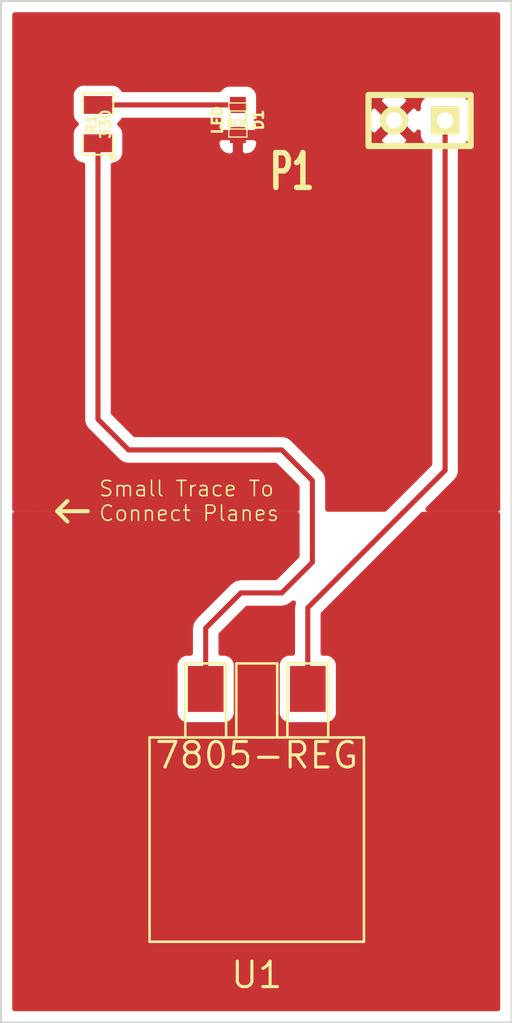
<source format=kicad_pcb>
(kicad_pcb (version 3) (host pcbnew "(2013-07-07 BZR 4022)-stable")

  (general
    (links 6)
    (no_connects 0)
    (area 203.149999 132.664999 241.350001 173.405001)
    (thickness 1.6)
    (drawings 9)
    (tracks 14)
    (zones 0)
    (modules 4)
    (nets 5)
  )

  (page A3)
  (layers
    (15 F.Cu signal)
    (0 B.Cu signal)
    (16 B.Adhes user)
    (17 F.Adhes user)
    (18 B.Paste user)
    (19 F.Paste user)
    (20 B.SilkS user)
    (21 F.SilkS user)
    (22 B.Mask user)
    (23 F.Mask user)
    (24 Dwgs.User user)
    (25 Cmts.User user)
    (26 Eco1.User user)
    (27 Eco2.User user)
    (28 Edge.Cuts user)
  )

  (setup
    (last_trace_width 0.0254)
    (user_trace_width 0.0254)
    (user_trace_width 0.254)
    (trace_clearance 0.254)
    (zone_clearance 0.508)
    (zone_45_only no)
    (trace_min 0.0254)
    (segment_width 0.2)
    (edge_width 0.1)
    (via_size 0.889)
    (via_drill 0.635)
    (via_min_size 0.889)
    (via_min_drill 0.508)
    (uvia_size 0.508)
    (uvia_drill 0.127)
    (uvias_allowed no)
    (uvia_min_size 0.508)
    (uvia_min_drill 0.127)
    (pcb_text_width 0.3)
    (pcb_text_size 1.5 1.5)
    (mod_edge_width 0.15)
    (mod_text_size 1 1)
    (mod_text_width 0.15)
    (pad_size 1.5 1.5)
    (pad_drill 0.6)
    (pad_to_mask_clearance 0)
    (aux_axis_origin 0 0)
    (visible_elements 7FFFFFFF)
    (pcbplotparams
      (layerselection 3178497)
      (usegerberextensions true)
      (excludeedgelayer true)
      (linewidth 0.150000)
      (plotframeref false)
      (viasonmask false)
      (mode 1)
      (useauxorigin false)
      (hpglpennumber 1)
      (hpglpenspeed 20)
      (hpglpendiameter 15)
      (hpglpenoverlay 2)
      (psnegative false)
      (psa4output false)
      (plotreference true)
      (plotvalue true)
      (plotothertext true)
      (plotinvisibletext false)
      (padsonsilk false)
      (subtractmaskfromsilk false)
      (outputformat 1)
      (mirror false)
      (drillshape 1)
      (scaleselection 1)
      (outputdirectory ""))
  )

  (net 0 "")
  (net 1 GND)
  (net 2 N-000002)
  (net 3 N-000004)
  (net 4 VCC)

  (net_class Default "This is the default net class."
    (clearance 0.254)
    (trace_width 0.254)
    (via_dia 0.889)
    (via_drill 0.635)
    (uvia_dia 0.508)
    (uvia_drill 0.127)
    (add_net "")
    (add_net GND)
    (add_net N-000002)
    (add_net N-000004)
    (add_net VCC)
  )

  (module SM0805 (layer F.Cu) (tedit 5091495C) (tstamp 52E6A765)
    (at 214.884 132.6388 90)
    (path /52E6A70A)
    (attr smd)
    (fp_text reference R1 (at 0 -0.3175 90) (layer F.SilkS)
      (effects (font (size 0.50038 0.50038) (thickness 0.10922)))
    )
    (fp_text value 330 (at 0 0.381 90) (layer F.SilkS)
      (effects (font (size 0.50038 0.50038) (thickness 0.10922)))
    )
    (fp_circle (center -1.651 0.762) (end -1.651 0.635) (layer F.SilkS) (width 0.09906))
    (fp_line (start -0.508 0.762) (end -1.524 0.762) (layer F.SilkS) (width 0.09906))
    (fp_line (start -1.524 0.762) (end -1.524 -0.762) (layer F.SilkS) (width 0.09906))
    (fp_line (start -1.524 -0.762) (end -0.508 -0.762) (layer F.SilkS) (width 0.09906))
    (fp_line (start 0.508 -0.762) (end 1.524 -0.762) (layer F.SilkS) (width 0.09906))
    (fp_line (start 1.524 -0.762) (end 1.524 0.762) (layer F.SilkS) (width 0.09906))
    (fp_line (start 1.524 0.762) (end 0.508 0.762) (layer F.SilkS) (width 0.09906))
    (pad 1 smd rect (at -0.9525 0 90) (size 0.889 1.397)
      (layers F.Cu F.Paste F.Mask)
      (net 2 N-000002)
    )
    (pad 2 smd rect (at 0.9525 0 90) (size 0.889 1.397)
      (layers F.Cu F.Paste F.Mask)
      (net 3 N-000004)
    )
    (model smd/chip_cms.wrl
      (at (xyz 0 0 0))
      (scale (xyz 0.1 0.1 0.1))
      (rotate (xyz 0 0 0))
    )
  )

  (module DPAK3 (layer F.Cu) (tedit 42808881) (tstamp 52E6A880)
    (at 222.7834 160.7312 180)
    (tags "CMS DPACK")
    (path /52E6AAFB)
    (fp_text reference U1 (at 0 -14.224 180) (layer F.SilkS)
      (effects (font (size 1.27 1.27) (thickness 0.1524)))
    )
    (fp_text value 7805-REG (at 0 -3.302 180) (layer F.SilkS)
      (effects (font (size 1.27 1.27) (thickness 0.1524)))
    )
    (fp_line (start 1.524 -2.413) (end 1.524 1.27) (layer F.SilkS) (width 0.127))
    (fp_line (start 1.524 1.27) (end 3.556 1.27) (layer F.SilkS) (width 0.127))
    (fp_line (start 3.556 1.27) (end 3.556 -2.413) (layer F.SilkS) (width 0.127))
    (fp_line (start -1.016 -2.413) (end -1.016 1.27) (layer F.SilkS) (width 0.127))
    (fp_line (start -1.016 1.27) (end 1.016 1.27) (layer F.SilkS) (width 0.127))
    (fp_line (start 1.016 1.27) (end 1.016 -2.413) (layer F.SilkS) (width 0.127))
    (fp_line (start -3.556 -2.413) (end -3.556 1.27) (layer F.SilkS) (width 0.127))
    (fp_line (start -3.556 1.27) (end -1.524 1.27) (layer F.SilkS) (width 0.127))
    (fp_line (start -1.524 1.27) (end -1.524 -2.413) (layer F.SilkS) (width 0.127))
    (fp_line (start -5.334 -2.413) (end 5.334 -2.413) (layer F.SilkS) (width 0.127))
    (fp_line (start 5.334 -2.413) (end 5.334 -12.573) (layer F.SilkS) (width 0.127))
    (fp_line (start 5.334 -12.573) (end -5.334 -12.573) (layer F.SilkS) (width 0.127))
    (fp_line (start -5.334 -12.573) (end -5.334 -2.413) (layer F.SilkS) (width 0.127))
    (pad 2 smd rect (at 0 -8.763 180) (size 10.668 8.89)
      (layers F.Cu F.Paste F.Mask)
      (net 1 GND)
    )
    (pad 2 smd rect (at 0 0 180) (size 1.778 2.286)
      (layers F.Cu F.Paste F.Mask)
      (net 1 GND)
    )
    (pad 1 smd rect (at -2.54 0 180) (size 1.778 2.286)
      (layers F.Cu F.Paste F.Mask)
      (net 4 VCC)
    )
    (pad 3 smd rect (at 2.54 0 180) (size 1.778 2.286)
      (layers F.Cu F.Paste F.Mask)
      (net 2 N-000002)
    )
    (model smd/dpack_3.wrl
      (at (xyz 0 0 0))
      (scale (xyz 1 1 1))
      (rotate (xyz 0 0 0))
    )
  )

  (module SIL-2 (layer F.Cu) (tedit 52E6ABE9) (tstamp 52E6AB1B)
    (at 230.886 132.461 180)
    (descr "Connecteurs 2 pins")
    (tags "CONN DEV")
    (path /52E6AA4C)
    (fp_text reference P1 (at 6.35 -2.54 180) (layer F.SilkS)
      (effects (font (size 1.72974 1.08712) (thickness 0.3048)))
    )
    (fp_text value CONN_2 (at 0 -3.175 180) (layer F.SilkS) hide
      (effects (font (size 1.524 1.016) (thickness 0.3048)))
    )
    (fp_line (start -2.54 1.27) (end -2.54 -1.27) (layer F.SilkS) (width 0.3048))
    (fp_line (start -2.54 -1.27) (end 2.54 -1.27) (layer F.SilkS) (width 0.3048))
    (fp_line (start 2.54 -1.27) (end 2.54 1.27) (layer F.SilkS) (width 0.3048))
    (fp_line (start 2.54 1.27) (end -2.54 1.27) (layer F.SilkS) (width 0.3048))
    (pad 1 thru_hole rect (at -1.27 0 180) (size 1.397 1.397) (drill 0.8128)
      (layers *.Cu *.Mask F.SilkS)
      (net 4 VCC)
    )
    (pad 2 thru_hole circle (at 1.27 0 180) (size 1.397 1.397) (drill 0.8128)
      (layers *.Cu *.Mask F.SilkS)
      (net 1 GND)
    )
  )

  (module LED-0603 (layer F.Cu) (tedit 4E16AFB4) (tstamp 52E6AB37)
    (at 221.8436 132.4356 270)
    (descr "LED 0603 smd package")
    (tags "LED led 0603 SMD smd SMT smt smdled SMDLED smtled SMTLED")
    (path /52E6A6FB)
    (attr smd)
    (fp_text reference D1 (at 0 -1.016 270) (layer F.SilkS)
      (effects (font (size 0.508 0.508) (thickness 0.127)))
    )
    (fp_text value LED (at 0 1.016 270) (layer F.SilkS)
      (effects (font (size 0.508 0.508) (thickness 0.127)))
    )
    (fp_line (start 0.44958 -0.44958) (end 0.44958 0.44958) (layer F.SilkS) (width 0.06604))
    (fp_line (start 0.44958 0.44958) (end 0.84836 0.44958) (layer F.SilkS) (width 0.06604))
    (fp_line (start 0.84836 -0.44958) (end 0.84836 0.44958) (layer F.SilkS) (width 0.06604))
    (fp_line (start 0.44958 -0.44958) (end 0.84836 -0.44958) (layer F.SilkS) (width 0.06604))
    (fp_line (start -0.84836 -0.44958) (end -0.84836 0.44958) (layer F.SilkS) (width 0.06604))
    (fp_line (start -0.84836 0.44958) (end -0.44958 0.44958) (layer F.SilkS) (width 0.06604))
    (fp_line (start -0.44958 -0.44958) (end -0.44958 0.44958) (layer F.SilkS) (width 0.06604))
    (fp_line (start -0.84836 -0.44958) (end -0.44958 -0.44958) (layer F.SilkS) (width 0.06604))
    (fp_line (start 0 -0.44958) (end 0 -0.29972) (layer F.SilkS) (width 0.06604))
    (fp_line (start 0 -0.29972) (end 0.29972 -0.29972) (layer F.SilkS) (width 0.06604))
    (fp_line (start 0.29972 -0.44958) (end 0.29972 -0.29972) (layer F.SilkS) (width 0.06604))
    (fp_line (start 0 -0.44958) (end 0.29972 -0.44958) (layer F.SilkS) (width 0.06604))
    (fp_line (start 0 0.29972) (end 0 0.44958) (layer F.SilkS) (width 0.06604))
    (fp_line (start 0 0.44958) (end 0.29972 0.44958) (layer F.SilkS) (width 0.06604))
    (fp_line (start 0.29972 0.29972) (end 0.29972 0.44958) (layer F.SilkS) (width 0.06604))
    (fp_line (start 0 0.29972) (end 0.29972 0.29972) (layer F.SilkS) (width 0.06604))
    (fp_line (start 0 -0.14986) (end 0 0.14986) (layer F.SilkS) (width 0.06604))
    (fp_line (start 0 0.14986) (end 0.29972 0.14986) (layer F.SilkS) (width 0.06604))
    (fp_line (start 0.29972 -0.14986) (end 0.29972 0.14986) (layer F.SilkS) (width 0.06604))
    (fp_line (start 0 -0.14986) (end 0.29972 -0.14986) (layer F.SilkS) (width 0.06604))
    (fp_line (start 0.44958 -0.39878) (end -0.44958 -0.39878) (layer F.SilkS) (width 0.1016))
    (fp_line (start 0.44958 0.39878) (end -0.44958 0.39878) (layer F.SilkS) (width 0.1016))
    (pad 1 smd rect (at -0.7493 0 270) (size 0.79756 0.79756)
      (layers F.Cu F.Paste F.Mask)
      (net 3 N-000004)
    )
    (pad 2 smd rect (at 0.7493 0 270) (size 0.79756 0.79756)
      (layers F.Cu F.Paste F.Mask)
      (net 1 GND)
    )
  )

  (gr_line (start 212.852 151.892) (end 213.36 152.4) (angle 90) (layer F.SilkS) (width 0.2))
  (gr_line (start 213.36 151.384) (end 212.852 151.892) (angle 90) (layer F.SilkS) (width 0.2))
  (gr_line (start 212.852 151.892) (end 213.36 151.384) (angle 90) (layer F.SilkS) (width 0.2))
  (gr_line (start 214.376 151.892) (end 212.852 151.892) (angle 90) (layer F.SilkS) (width 0.2))
  (gr_text "Small Trace To \nConnect Planes" (at 214.884 151.384) (layer F.SilkS)
    (effects (font (size 0.762 0.762) (thickness 0.0762)) (justify left))
  )
  (gr_line (start 210.058 177.3174) (end 210.058 126.5174) (angle 90) (layer Edge.Cuts) (width 0.1))
  (gr_line (start 235.458 177.3174) (end 210.058 177.3174) (angle 90) (layer Edge.Cuts) (width 0.1))
  (gr_line (start 235.458 126.5174) (end 235.458 177.3174) (angle 90) (layer Edge.Cuts) (width 0.1))
  (gr_line (start 210.058 126.5174) (end 235.458 126.5174) (angle 90) (layer Edge.Cuts) (width 0.1))

  (segment (start 211.836 151.384) (end 211.836 152.4) (width 0.0254) (layer F.Cu) (net 1))
  (segment (start 220.2434 160.7312) (end 220.2434 157.7086) (width 0.254) (layer F.Cu) (net 2) (status 400000))
  (segment (start 214.884 147.32) (end 214.884 133.5913) (width 0.254) (layer F.Cu) (net 2) (tstamp 52E95D23) (status 800000))
  (segment (start 216.408 148.844) (end 214.884 147.32) (width 0.254) (layer F.Cu) (net 2) (tstamp 52E95D20))
  (segment (start 224.028 148.844) (end 216.408 148.844) (width 0.254) (layer F.Cu) (net 2) (tstamp 52E95D1D))
  (segment (start 225.552 150.368) (end 224.028 148.844) (width 0.254) (layer F.Cu) (net 2) (tstamp 52E95D1B))
  (segment (start 225.552 154.432) (end 225.552 150.368) (width 0.254) (layer F.Cu) (net 2) (tstamp 52E95D19))
  (segment (start 224.028 155.956) (end 225.552 154.432) (width 0.254) (layer F.Cu) (net 2) (tstamp 52E95D17))
  (segment (start 221.996 155.956) (end 224.028 155.956) (width 0.254) (layer F.Cu) (net 2) (tstamp 52E95D15))
  (segment (start 220.2434 157.7086) (end 221.996 155.956) (width 0.254) (layer F.Cu) (net 2) (tstamp 52E95D11))
  (segment (start 214.884 131.6863) (end 221.8436 131.6863) (width 0.254) (layer F.Cu) (net 3) (status C00000))
  (segment (start 225.3234 160.7312) (end 225.3234 156.6926) (width 0.254) (layer F.Cu) (net 4) (status 400000))
  (segment (start 232.156 149.86) (end 232.156 132.461) (width 0.254) (layer F.Cu) (net 4) (tstamp 52E95D30) (status 800000))
  (segment (start 225.3234 156.6926) (end 232.156 149.86) (width 0.254) (layer F.Cu) (net 4) (tstamp 52E95D2A))

  (zone (net 1) (net_name GND) (layer F.Cu) (tstamp 52E95B77) (hatch edge 0.508)
    (priority 2)
    (connect_pads (clearance 0.508))
    (min_thickness 0.254)
    (fill (arc_segments 32) (thermal_gap 0.508) (thermal_bridge_width 0.508))
    (polygon
      (pts
        (xy 235.3056 151.9174) (xy 210.2104 151.9174) (xy 210.2104 126.6698) (xy 235.3056 126.6698)
      )
    )
    (filled_polygon
      (pts
        (xy 234.773 151.7904) (xy 231.30323 151.7904) (xy 232.694815 150.398816) (xy 232.73951 150.344402) (xy 232.784736 150.290505)
        (xy 232.786666 150.286993) (xy 232.78921 150.283897) (xy 232.822468 150.22187) (xy 232.856381 150.160184) (xy 232.857592 150.156363)
        (xy 232.859486 150.152833) (xy 232.880064 150.085523) (xy 232.901348 150.018429) (xy 232.901794 150.014447) (xy 232.902966 150.010616)
        (xy 232.910076 149.940617) (xy 232.917926 149.870639) (xy 232.91798 149.862803) (xy 232.917995 149.862661) (xy 232.917982 149.862527)
        (xy 232.918 149.86) (xy 232.918 133.794282) (xy 233.038923 133.770339) (xy 233.154057 133.722884) (xy 233.25778 133.653971)
        (xy 233.346143 133.566223) (xy 233.415779 133.462983) (xy 233.464037 133.348183) (xy 233.489077 133.226197) (xy 233.489946 133.10167)
        (xy 233.489527 131.700235) (xy 233.465339 131.578077) (xy 233.417884 131.462943) (xy 233.348971 131.35922) (xy 233.261223 131.270857)
        (xy 233.157983 131.201221) (xy 233.043183 131.152963) (xy 232.921197 131.127923) (xy 232.79667 131.127054) (xy 231.395235 131.127473)
        (xy 231.273077 131.151661) (xy 231.157943 131.199116) (xy 231.05422 131.268029) (xy 230.965857 131.355777) (xy 230.896221 131.459017)
        (xy 230.847963 131.573817) (xy 230.822923 131.695803) (xy 230.822054 131.82033) (xy 230.822071 131.877971) (xy 230.769812 131.779687)
        (xy 230.536196 131.720409) (xy 230.356591 131.900014) (xy 230.356591 131.540804) (xy 230.297313 131.307188) (xy 230.060228 131.196828)
        (xy 229.806222 131.13462) (xy 229.54497 131.122933) (xy 229.286425 131.162212) (xy 229.040432 131.250962) (xy 228.934687 131.307188)
        (xy 228.875409 131.540804) (xy 229.616 132.281395) (xy 230.356591 131.540804) (xy 230.356591 131.900014) (xy 229.795605 132.461)
        (xy 230.536196 133.201591) (xy 230.769812 133.142313) (xy 230.822415 133.029305) (xy 230.822473 133.221765) (xy 230.846661 133.343923)
        (xy 230.894116 133.459057) (xy 230.963029 133.56278) (xy 231.050777 133.651143) (xy 231.154017 133.720779) (xy 231.268817 133.769037)
        (xy 231.390803 133.794077) (xy 231.394 133.794099) (xy 231.394 149.544369) (xy 230.356591 150.581778) (xy 230.356591 133.381196)
        (xy 229.616 132.640605) (xy 229.436395 132.82021) (xy 229.436395 132.461) (xy 228.695804 131.720409) (xy 228.462188 131.779687)
        (xy 228.351828 132.016772) (xy 228.28962 132.270778) (xy 228.277933 132.53203) (xy 228.317212 132.790575) (xy 228.405962 133.036568)
        (xy 228.462188 133.142313) (xy 228.695804 133.201591) (xy 229.436395 132.461) (xy 229.436395 132.82021) (xy 228.875409 133.381196)
        (xy 228.934687 133.614812) (xy 229.171772 133.725172) (xy 229.425778 133.78738) (xy 229.68703 133.799067) (xy 229.945575 133.759788)
        (xy 230.191568 133.671038) (xy 230.297313 133.614812) (xy 230.356591 133.381196) (xy 230.356591 150.581778) (xy 229.147969 151.7904)
        (xy 226.314 151.7904) (xy 226.314 150.368) (xy 226.307121 150.297849) (xy 226.300996 150.227829) (xy 226.299879 150.223985)
        (xy 226.299488 150.219993) (xy 226.279126 150.152552) (xy 226.259506 150.085018) (xy 226.257662 150.081462) (xy 226.256504 150.077624)
        (xy 226.223454 150.015467) (xy 226.191067 149.952985) (xy 226.188566 149.949852) (xy 226.186686 149.946316) (xy 226.142216 149.891791)
        (xy 226.098286 149.83676) (xy 226.092784 149.831181) (xy 226.092693 149.831069) (xy 226.092589 149.830983) (xy 226.090815 149.829184)
        (xy 224.566815 148.305185) (xy 224.5124 148.260487) (xy 224.458505 148.215264) (xy 224.454997 148.213335) (xy 224.451897 148.210789)
        (xy 224.389831 148.17751) (xy 224.328184 148.143619) (xy 224.324363 148.142407) (xy 224.320833 148.140514) (xy 224.253535 148.119939)
        (xy 224.186429 148.098652) (xy 224.182445 148.098205) (xy 224.178615 148.097034) (xy 224.108627 148.089924) (xy 224.038639 148.082074)
        (xy 224.030802 148.082019) (xy 224.03066 148.082005) (xy 224.030526 148.082017) (xy 224.028 148.082) (xy 222.877407 148.082)
        (xy 222.877407 133.645945) (xy 222.87738 133.47065) (xy 222.71863 133.3119) (xy 221.9706 133.3119) (xy 221.9706 134.05993)
        (xy 222.12935 134.21868) (xy 222.18455 134.219126) (xy 222.309077 134.218257) (xy 222.431063 134.193217) (xy 222.545863 134.144959)
        (xy 222.649103 134.075323) (xy 222.736851 133.98696) (xy 222.805764 133.883237) (xy 222.853219 133.768103) (xy 222.877407 133.645945)
        (xy 222.877407 148.082) (xy 221.7166 148.082) (xy 221.7166 134.05993) (xy 221.7166 133.3119) (xy 220.96857 133.3119)
        (xy 220.80982 133.47065) (xy 220.809793 133.645945) (xy 220.833981 133.768103) (xy 220.881436 133.883237) (xy 220.950349 133.98696)
        (xy 221.038097 134.075323) (xy 221.141337 134.144959) (xy 221.256137 134.193217) (xy 221.378123 134.218257) (xy 221.50265 134.219126)
        (xy 221.55785 134.21868) (xy 221.7166 134.05993) (xy 221.7166 148.082) (xy 216.72363 148.082) (xy 215.646 147.004369)
        (xy 215.646 134.670582) (xy 215.766923 134.646639) (xy 215.882057 134.599184) (xy 215.98578 134.530271) (xy 216.074143 134.442523)
        (xy 216.143779 134.339283) (xy 216.192037 134.224483) (xy 216.217077 134.102497) (xy 216.217946 133.97797) (xy 216.217527 133.084535)
        (xy 216.193339 132.962377) (xy 216.145884 132.847243) (xy 216.076971 132.74352) (xy 215.989223 132.655157) (xy 215.965193 132.638948)
        (xy 215.98578 132.625271) (xy 216.074143 132.537523) (xy 216.134324 132.4483) (xy 220.906857 132.4483) (xy 220.881436 132.486563)
        (xy 220.833981 132.601697) (xy 220.809793 132.723855) (xy 220.80982 132.89915) (xy 220.96857 133.0579) (xy 221.7166 133.0579)
        (xy 221.7166 133.0379) (xy 221.9706 133.0379) (xy 221.9706 133.0579) (xy 222.71863 133.0579) (xy 222.87738 132.89915)
        (xy 222.877407 132.723855) (xy 222.853219 132.601697) (xy 222.805764 132.486563) (xy 222.771918 132.43562) (xy 222.803659 132.388563)
        (xy 222.851917 132.273763) (xy 222.876957 132.151777) (xy 222.877826 132.02725) (xy 222.877407 131.225255) (xy 222.853219 131.103097)
        (xy 222.805764 130.987963) (xy 222.736851 130.88424) (xy 222.649103 130.795877) (xy 222.545863 130.726241) (xy 222.431063 130.677983)
        (xy 222.309077 130.652943) (xy 222.18455 130.652074) (xy 221.382555 130.652493) (xy 221.260397 130.676681) (xy 221.145263 130.724136)
        (xy 221.04154 130.793049) (xy 220.953177 130.880797) (xy 220.923833 130.9243) (xy 216.133962 130.9243) (xy 216.076971 130.83852)
        (xy 215.989223 130.750157) (xy 215.885983 130.680521) (xy 215.771183 130.632263) (xy 215.649197 130.607223) (xy 215.52467 130.606354)
        (xy 214.123235 130.606773) (xy 214.001077 130.630961) (xy 213.885943 130.678416) (xy 213.78222 130.747329) (xy 213.693857 130.835077)
        (xy 213.624221 130.938317) (xy 213.575963 131.053117) (xy 213.550923 131.175103) (xy 213.550054 131.29963) (xy 213.550473 132.193065)
        (xy 213.574661 132.315223) (xy 213.622116 132.430357) (xy 213.691029 132.53408) (xy 213.778777 132.622443) (xy 213.802806 132.638651)
        (xy 213.78222 132.652329) (xy 213.693857 132.740077) (xy 213.624221 132.843317) (xy 213.575963 132.958117) (xy 213.550923 133.080103)
        (xy 213.550054 133.20463) (xy 213.550473 134.098065) (xy 213.574661 134.220223) (xy 213.622116 134.335357) (xy 213.691029 134.43908)
        (xy 213.778777 134.527443) (xy 213.882017 134.597079) (xy 213.996817 134.645337) (xy 214.118803 134.670377) (xy 214.122 134.670399)
        (xy 214.122 147.32) (xy 214.128874 147.390113) (xy 214.135004 147.46017) (xy 214.13612 147.464012) (xy 214.136512 147.468007)
        (xy 214.156877 147.535459) (xy 214.176494 147.602982) (xy 214.178337 147.606537) (xy 214.179496 147.610376) (xy 214.212556 147.672553)
        (xy 214.244933 147.735014) (xy 214.247431 147.738144) (xy 214.249314 147.741684) (xy 214.2938 147.79623) (xy 214.337714 147.85124)
        (xy 214.343212 147.856814) (xy 214.343307 147.856931) (xy 214.343414 147.85702) (xy 214.345185 147.858815) (xy 215.869184 149.382815)
        (xy 215.923597 149.42751) (xy 215.977495 149.472736) (xy 215.981006 149.474666) (xy 215.984103 149.47721) (xy 216.046129 149.510468)
        (xy 216.107816 149.544381) (xy 216.111636 149.545592) (xy 216.115167 149.547486) (xy 216.182464 149.56806) (xy 216.249571 149.589348)
        (xy 216.253554 149.589794) (xy 216.257385 149.590966) (xy 216.327372 149.598075) (xy 216.397361 149.605926) (xy 216.405197 149.60598)
        (xy 216.40534 149.605995) (xy 216.405473 149.605982) (xy 216.408 149.606) (xy 223.712369 149.606) (xy 224.79 150.68363)
        (xy 224.79 151.7904) (xy 210.743 151.7904) (xy 210.743 127.2024) (xy 234.773 127.2024) (xy 234.773 151.7904)
      )
    )
  )
  (zone (net 1) (net_name GND) (layer F.Cu) (tstamp 52E95C13) (hatch edge 0.508)
    (priority 1)
    (connect_pads yes (clearance 0.508))
    (min_thickness 0.254)
    (fill (arc_segments 16) (thermal_gap 0.508) (thermal_bridge_width 0.508))
    (polygon
      (pts
        (xy 235.3564 177.2158) (xy 210.2104 177.2158) (xy 210.2104 151.9174) (xy 235.3056 151.9174)
      )
    )
    (filled_polygon
      (pts
        (xy 234.773 176.6324) (xy 210.743 176.6324) (xy 210.743 152.0444) (xy 224.79 152.0444) (xy 224.79 154.116369)
        (xy 223.712369 155.194) (xy 221.996 155.194) (xy 221.704395 155.252004) (xy 221.457184 155.417185) (xy 219.704585 157.169785)
        (xy 219.539404 157.416995) (xy 219.4814 157.7086) (xy 219.4814 158.95309) (xy 219.228645 158.95309) (xy 218.995171 159.049559)
        (xy 218.816387 159.228032) (xy 218.719511 159.461336) (xy 218.71929 159.713955) (xy 218.71929 161.999955) (xy 218.815759 162.233429)
        (xy 218.994232 162.412213) (xy 219.227536 162.509089) (xy 219.480155 162.50931) (xy 221.258155 162.50931) (xy 221.491629 162.412841)
        (xy 221.670413 162.234368) (xy 221.767289 162.001064) (xy 221.76751 161.748445) (xy 221.76751 159.462445) (xy 221.671041 159.228971)
        (xy 221.492568 159.050187) (xy 221.259264 158.953311) (xy 221.006645 158.95309) (xy 221.0054 158.95309) (xy 221.0054 158.02423)
        (xy 222.31163 156.718) (xy 224.028 156.718) (xy 224.028 156.717999) (xy 224.319604 156.659996) (xy 224.319605 156.659996)
        (xy 224.566815 156.494815) (xy 224.609166 156.452463) (xy 224.5614 156.6926) (xy 224.5614 158.95309) (xy 224.308645 158.95309)
        (xy 224.075171 159.049559) (xy 223.896387 159.228032) (xy 223.799511 159.461336) (xy 223.79929 159.713955) (xy 223.79929 161.999955)
        (xy 223.895759 162.233429) (xy 224.074232 162.412213) (xy 224.307536 162.509089) (xy 224.560155 162.50931) (xy 226.338155 162.50931)
        (xy 226.571629 162.412841) (xy 226.750413 162.234368) (xy 226.847289 162.001064) (xy 226.84751 161.748445) (xy 226.84751 159.462445)
        (xy 226.751041 159.228971) (xy 226.572568 159.050187) (xy 226.339264 158.953311) (xy 226.086645 158.95309) (xy 226.0854 158.95309)
        (xy 226.0854 157.00823) (xy 231.04923 152.0444) (xy 234.773 152.0444) (xy 234.773 176.6324)
      )
    )
  )
)

</source>
